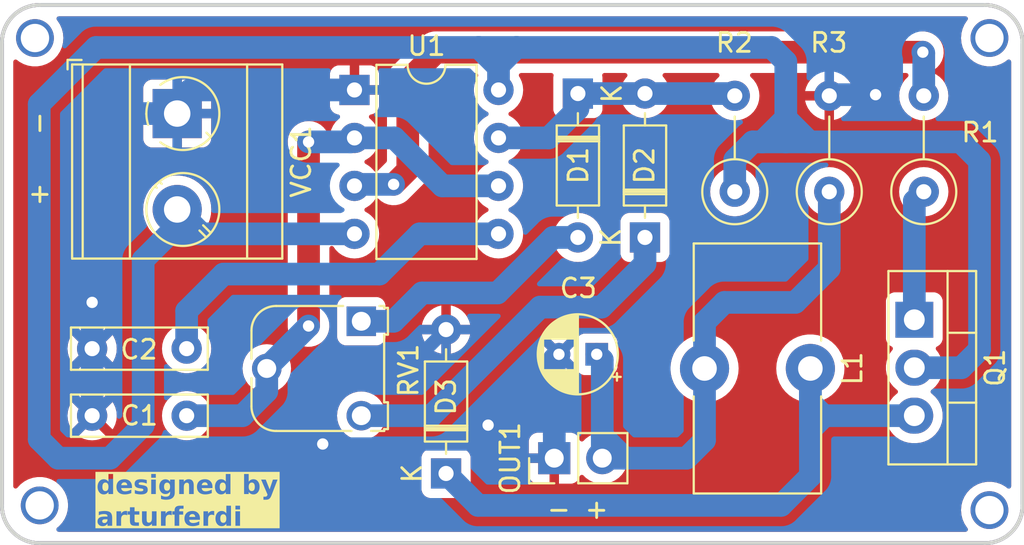
<source format=kicad_pcb>
(kicad_pcb (version 20240108) (generator "pcbnew") (generator_version "8.0")
  (layers (0 "F.Cu" signal) (31 "B.Cu" signal) (34 "B.Paste" user) (35 "F.Paste" user) (36 "B.SilkS" user "B.Silkscreen") (37 "F.SilkS" user "F.Silkscreen") (38 "B.Mask" user) (39 "F.Mask" user) (44 "Edge.Cuts" user))
  (net 0 "")
  (net 1 "Net-(U1-THR)")
  (net 2 "GND")
  (net 3 "Net-(U1-CV)")
  (net 4 "Net-(OUT1-Pin_2)")
  (net 5 "Net-(D1-K)")
  (net 6 "Net-(D1-A)")
  (net 7 "Net-(D2-A)")
  (net 8 "Net-(D3-K)")
  (net 9 "Net-(Q1-G)")
  (net 10 "VCC")
  (net 11 "OUT")
  (footprint "Resistor_THT:R_Axial_DIN0309_L9.0mm_D3.2mm_P5.08mm_Vertical" (layer "F.Cu") (at 170.025 88.89 90)
    (property "Reference" "R3" (at 7.89 -0.025 180) (layer "F.SilkS"))
    (property "Value" "2k2")
    (fp_line (start 1.72 0) (end 3.98 0) (stroke (width 0.12)) (layer "F.SilkS"))
    (fp_circle (center 0 0) (end 1.72 0) (stroke (width 0.12)) (fill none) (layer "F.SilkS"))
    (pad "1" thru_hole circle (at 0 0 90) (size 1.6 1.6) (drill 0.8) (layers "*.Cu" "*.Mask") (net 4 "Net-(OUT1-Pin_2)"))
    (pad "2" thru_hole oval (at 5.08 0 90) (size 1.6 1.6) (drill 0.8) (layers "*.Cu" "*.Mask") (net 2 "GND"))
  )
  (footprint "Inductor_THT:L_Toroid_Vertical_L13.0mm_W6.5mm_P5.60mm" (layer "F.Cu") (at 169.025 98.25 -90)
    (property "Reference" "L1" (at 0 -2.225 90) (layer "F.SilkS"))
    (property "Value" "L")
    (fp_line (start -6.62 6.17) (end -1.478 6.17) (stroke (width 0.12)) (layer "F.SilkS"))
    (fp_line (start 1.478 6.17) (end 6.62 6.17) (stroke (width 0.12)) (layer "F.SilkS"))
    (fp_line (start -6.62 -0.57) (end -6.62 6.17) (stroke (width 0.12)) (layer "F.SilkS"))
    (fp_line (start -6.62 -0.57) (end -1.478 -0.57) (stroke (width 0.12)) (layer "F.SilkS"))
    (fp_line (start 1.478 -0.57) (end 6.62 -0.57) (stroke (width 0.12)) (layer "F.SilkS"))
    (fp_line (start 6.62 -0.57) (end 6.62 6.17) (stroke (width 0.12)) (layer "F.SilkS"))
    (pad "1" thru_hole circle (at 0 0 270) (size 2.6 2.6) (drill 1.3) (layers "*.Cu" "*.Mask") (net 8 "Net-(D3-K)"))
    (pad "2" thru_hole circle (at 0 5.6 270) (size 2.6 2.6) (drill 1.3) (layers "*.Cu" "*.Mask") (net 4 "Net-(OUT1-Pin_2)"))
  )
  (footprint "Resistor_THT:R_Axial_DIN0309_L9.0mm_D3.2mm_P5.08mm_Vertical" (layer "F.Cu") (at 165.025 88.89 90)
    (property "Reference" "R2" (at 7.89 -0.025 180) (layer "F.SilkS"))
    (property "Value" "2k2")
    (fp_line (start 1.72 0) (end 3.98 0) (stroke (width 0.12)) (layer "F.SilkS"))
    (fp_circle (center 0 0) (end 1.72 0) (stroke (width 0.12)) (fill none) (layer "F.SilkS"))
    (pad "1" thru_hole circle (at 0 0 90) (size 1.6 1.6) (drill 0.8) (layers "*.Cu" "*.Mask") (net 10 "VCC"))
    (pad "2" thru_hole oval (at 5.08 0 90) (size 1.6 1.6) (drill 0.8) (layers "*.Cu" "*.Mask") (net 6 "Net-(D1-A)"))
  )
  (footprint "Package_TO_SOT_THT:TO-220-3_Vertical" (layer "F.Cu") (at 174.525 95.67 -90)
    (property "Reference" "Q1" (at 2.54 -4.27 90) (layer "F.SilkS"))
    (property "Value" "IRF3205")
    (fp_line (start -2.58 1.371) (end 7.66 1.371) (stroke (width 0.12)) (layer "F.SilkS"))
    (fp_line (start -2.58 -1.76) (end 7.66 -1.76) (stroke (width 0.12)) (layer "F.SilkS"))
    (fp_line (start -2.58 -3.27) (end -2.58 1.371) (stroke (width 0.12)) (layer "F.SilkS"))
    (fp_line (start -2.58 -3.27) (end 7.66 -3.27) (stroke (width 0.12)) (layer "F.SilkS"))
    (fp_line (start 0.69 -3.27) (end 0.69 -1.76) (stroke (width 0.12)) (layer "F.SilkS"))
    (fp_line (start 4.391 -3.27) (end 4.391 -1.76) (stroke (width 0.12)) (layer "F.SilkS"))
    (fp_line (start 7.66 -3.27) (end 7.66 1.371) (stroke (width 0.12)) (layer "F.SilkS"))
    (pad "1" thru_hole rect (at 0 0 270) (size 1.905 2) (drill 1.1) (layers "*.Cu" "*.Mask") (net 9 "Net-(Q1-G)"))
    (pad "2" thru_hole oval (at 2.54 0 270) (size 1.905 2) (drill 1.1) (layers "*.Cu" "*.Mask") (net 10 "VCC"))
    (pad "3" thru_hole oval (at 5.08 0 270) (size 1.905 2) (drill 1.1) (layers "*.Cu" "*.Mask") (net 8 "Net-(D3-K)"))
  )
  (footprint "Diode_THT:D_DO-35_SOD27_P7.62mm_Horizontal" (layer "F.Cu") (at 156.725 83.69 -90)
    (property "Reference" "D2" (at 3.81 -3.525 90) (layer "F.SilkS"))
    (property "Value" "1N4148")
    (fp_line (start 1.69 1.12) (end 5.93 1.12) (stroke (width 0.12)) (layer "F.SilkS"))
    (fp_line (start 5.93 1.12) (end 5.93 -1.12) (stroke (width 0.12)) (layer "F.SilkS"))
    (fp_line (start 1.04 0) (end 1.69 0) (stroke (width 0.12)) (layer "F.SilkS"))
    (fp_line (start 6.58 0) (end 5.93 0) (stroke (width 0.12)) (layer "F.SilkS"))
    (fp_line (start 1.69 -1.12) (end 1.69 1.12) (stroke (width 0.12)) (layer "F.SilkS"))
    (fp_line (start 2.29 -1.12) (end 2.29 1.12) (stroke (width 0.12)) (layer "F.SilkS"))
    (fp_line (start 2.41 -1.12) (end 2.41 1.12) (stroke (width 0.12)) (layer "F.SilkS"))
    (fp_line (start 2.53 -1.12) (end 2.53 1.12) (stroke (width 0.12)) (layer "F.SilkS"))
    (fp_line (start 5.93 -1.12) (end 1.69 -1.12) (stroke (width 0.12)) (layer "F.SilkS"))
    (fp_text user "K" (at 0 -1.8 90) (layer "F.SilkS"))
    (pad "1" thru_hole rect (at 0 0 270) (size 1.6 1.6) (drill 0.8) (layers "*.Cu" "*.Mask") (net 6 "Net-(D1-A)"))
    (pad "2" thru_hole oval (at 7.62 0 270) (size 1.6 1.6) (drill 0.8) (layers "*.Cu" "*.Mask") (net 7 "Net-(D2-A)"))
  )
  (footprint "TerminalBlock_MetzConnect:TerminalBlock_MetzConnect_Type073_RT02602HBLU_1x02_P5.08mm_Horizontal" (layer "F.Cu") (at 135.525 84.75 -90)
    (property "Reference" "VCC1" (at 2.54 -6.56 90) (layer "F.SilkS"))
    (property "Value" "Screw_Terminal_01x02")
    (fp_line (start -2.84 5.8) (end -2.34 5.8) (stroke (width 0.12)) (layer "F.SilkS"))
    (fp_line (start -2.6 5.56) (end 7.68 5.56) (stroke (width 0.12)) (layer "F.SilkS"))
    (fp_line (start -2.84 5.06) (end -2.84 5.8) (stroke (width 0.12)) (layer "F.SilkS"))
    (fp_line (start -2.6 5) (end 7.68 5) (stroke (width 0.12)) (layer "F.SilkS"))
    (fp_line (start -2.6 2.5) (end 7.68 2.5) (stroke (width 0.12)) (layer "F.SilkS"))
    (fp_line (start 3.933 1.083) (end 3.852 1.164) (stroke (width 0.12)) (layer "F.SilkS"))
    (fp_line (start 3.724 0.821) (end 3.617 0.928) (stroke (width 0.12)) (layer "F.SilkS"))
    (fp_line (start 6.544 -1.529) (end 6.194 -1.179) (stroke (width 0.12)) (layer "F.SilkS"))
    (fp_line (start 1.229 -1.764) (end 1.013 -1.549) (stroke (width 0.12)) (layer "F.SilkS"))
    (fp_line (start 6.309 -1.764) (end 5.918 -1.374) (stroke (width 0.12)) (layer "F.SilkS"))
    (fp_line (start -2.6 -3.7) (end 7.68 -3.7) (stroke (width 0.12)) (layer "F.SilkS"))
    (fp_line (start -2.6 -5.56) (end -2.6 5.56) (stroke (width 0.12)) (layer "F.SilkS"))
    (fp_line (start -2.6 -5.56) (end 7.68 -5.56) (stroke (width 0.12)) (layer "F.SilkS"))
    (fp_line (start 7.68 -5.56) (end 7.68 5.56) (stroke (width 0.12)) (layer "F.SilkS"))
    (fp_arc (start 0.033269 1.630336) (mid -0.285785 1.609354) (end -0.597 1.536) (stroke (width 0.12)) (layer "F.SilkS"))
    (fp_arc (start 5.08 1.63) (mid 5.08 -2.23) (end 5.08 1.63) (stroke (width 0.12)) (layer "F.SilkS"))
    (fp_arc (start 0.596403 1.535539) (mid 0.301919 1.606238) (end 0 1.63) (stroke (width 0.12)) (layer "F.SilkS"))
    (fp_arc (start -1.521645 0.888175) (mid -1.930586 -0.300524) (end -1.521 -1.489) (stroke (width 0.12)) (layer "F.SilkS"))
    (fp_arc (start 1.521645 -1.488175) (mid 1.930586 -0.299476) (end 1.521 0.889) (stroke (width 0.12)) (layer "F.SilkS"))
    (fp_arc (start -1.500317 -1.514609) (mid -0.000252 -2.230344) (end 1.5 -1.515) (stroke (width 0.12)) (layer "F.SilkS"))
    (pad "1" thru_hole rect (at 0 0 270) (size 2.6 2.6) (drill 1.4) (layers "*.Cu" "*.Mask") (net 2 "GND"))
    (pad "2" thru_hole circle (at 5.08 0 270) (size 2.6 2.6) (drill 1.4) (layers "*.Cu" "*.Mask") (net 10 "VCC"))
  )
  (footprint "Capacitor_THT:C_Rect_L7.0mm_W2.0mm_P5.00mm" (layer "F.Cu") (at 136.025 100.75 180)
    (property "Reference" "C1" (at 2.5 0 0) (layer "F.SilkS"))
    (property "Value" "1n")
    (fp_line (start 6.12 -1.12) (end 6.12 1.12) (stroke (width 0.12)) (layer "F.SilkS"))
    (fp_line (start -1.12 1.12) (end 6.12 1.12) (stroke (width 0.12)) (layer "F.SilkS"))
    (fp_line (start -1.12 -1.12) (end 6.12 -1.12) (stroke (width 0.12)) (layer "F.SilkS"))
    (fp_line (start -1.12 -1.12) (end -1.12 1.12) (stroke (width 0.12)) (layer "F.SilkS"))
    (pad "1" thru_hole circle (at 0 0 180) (size 1.6 1.6) (drill 0.8) (layers "*.Cu" "*.Mask") (net 1 "Net-(U1-THR)"))
    (pad "2" thru_hole circle (at 5 0 180) (size 1.6 1.6) (drill 0.8) (layers "*.Cu" "*.Mask") (net 2 "GND"))
  )
  (footprint "Capacitor_THT:C_Rect_L7.0mm_W2.0mm_P5.00mm" (layer "F.Cu") (at 136.025 97.2 180)
    (property "Reference" "C2" (at 2.525 -0.05 0) (layer "F.SilkS"))
    (property "Value" "10n")
    (fp_line (start 6.12 -1.12) (end 6.12 1.12) (stroke (width 0.12)) (layer "F.SilkS"))
    (fp_line (start -1.12 1.12) (end 6.12 1.12) (stroke (width 0.12)) (layer "F.SilkS"))
    (fp_line (start -1.12 -1.12) (end 6.12 -1.12) (stroke (width 0.12)) (layer "F.SilkS"))
    (fp_line (start -1.12 -1.12) (end -1.12 1.12) (stroke (width 0.12)) (layer "F.SilkS"))
    (pad "1" thru_hole circle (at 0 0 180) (size 1.6 1.6) (drill 0.8) (layers "*.Cu" "*.Mask") (net 3 "Net-(U1-CV)"))
    (pad "2" thru_hole circle (at 5 0 180) (size 1.6 1.6) (drill 0.8) (layers "*.Cu" "*.Mask") (net 2 "GND"))
  )
  (footprint "Resistor_THT:R_Axial_DIN0309_L9.0mm_D3.2mm_P5.08mm_Vertical" (layer "F.Cu") (at 175.025 88.89 90)
    (property "Reference" "R1" (at 3.14 2.975 180) (layer "F.SilkS"))
    (property "Value" "10k")
    (fp_line (start 1.72 0) (end 3.98 0) (stroke (width 0.12)) (layer "F.SilkS"))
    (fp_circle (center 0 0) (end 1.72 0) (stroke (width 0.12)) (fill none) (layer "F.SilkS"))
    (pad "1" thru_hole circle (at 0 0 90) (size 1.6 1.6) (drill 0.8) (layers "*.Cu" "*.Mask") (net 9 "Net-(Q1-G)"))
    (pad "2" thru_hole oval (at 5.08 0 90) (size 1.6 1.6) (drill 0.8) (layers "*.Cu" "*.Mask") (net 11 "OUT"))
  )
  (footprint "Package_DIP:DIP-8_W7.62mm" (layer "F.Cu") (at 144.905 83.5)
    (property "Reference" "U1" (at 3.81 -2.33 0) (layer "F.SilkS"))
    (property "Value" "NE555P")
    (fp_line (start 1.16 -1.33) (end 1.16 8.95) (stroke (width 0.12)) (layer "F.SilkS"))
    (fp_line (start 1.16 8.95) (end 6.46 8.95) (stroke (width 0.12)) (layer "F.SilkS"))
    (fp_line (start 2.81 -1.33) (end 1.16 -1.33) (stroke (width 0.12)) (layer "F.SilkS"))
    (fp_line (start 6.46 -1.33) (end 4.81 -1.33) (stroke (width 0.12)) (layer "F.SilkS"))
    (fp_line (start 6.46 8.95) (end 6.46 -1.33) (stroke (width 0.12)) (layer "F.SilkS"))
    (fp_arc (start 4.81 -1.33) (mid 3.81 -0.33) (end 2.81 -1.33) (stroke (width 0.12)) (layer "F.SilkS"))
    (pad "1" thru_hole rect (at 0 0) (size 1.6 1.6) (drill 0.8) (layers "*.Cu" "*.Mask") (net 2 "GND"))
    (pad "2" thru_hole oval (at 0 2.54) (size 1.6 1.6) (drill 0.8) (layers "*.Cu" "*.Mask") (net 1 "Net-(U1-THR)"))
    (pad "3" thru_hole oval (at 0 5.08) (size 1.6 1.6) (drill 0.8) (layers "*.Cu" "*.Mask") (net 11 "OUT"))
    (pad "4" thru_hole oval (at 0 7.62) (size 1.6 1.6) (drill 0.8) (layers "*.Cu" "*.Mask") (net 10 "VCC"))
    (pad "5" thru_hole oval (at 7.62 7.62) (size 1.6 1.6) (drill 0.8) (layers "*.Cu" "*.Mask") (net 3 "Net-(U1-CV)"))
    (pad "6" thru_hole oval (at 7.62 5.08) (size 1.6 1.6) (drill 0.8) (layers "*.Cu" "*.Mask") (net 1 "Net-(U1-THR)"))
    (pad "7" thru_hole oval (at 7.62 2.54) (size 1.6 1.6) (drill 0.8) (layers "*.Cu" "*.Mask") (net 6 "Net-(D1-A)"))
    (pad "8" thru_hole oval (at 7.62 0) (size 1.6 1.6) (drill 0.8) (layers "*.Cu" "*.Mask") (net 10 "VCC"))
  )
  (footprint "Connector_PinHeader_2.54mm:PinHeader_1x02_P2.54mm_Vertical" (layer "F.Cu") (at 155.475 103 90)
    (property "Reference" "OUT1" (at 0 -2.33 90) (layer "F.SilkS"))
    (property "Value" "Conn_01x02_Pin")
    (fp_line (start -1.33 -1.33) (end 0 -1.33) (stroke (width 0.12)) (layer "F.SilkS"))
    (fp_line (start -1.33 0) (end -1.33 -1.33) (stroke (width 0.12)) (layer "F.SilkS"))
    (fp_line (start 1.33 1.27) (end 1.33 3.87) (stroke (width 0.12)) (layer "F.SilkS"))
    (fp_line (start -1.33 1.27) (end 1.33 1.27) (stroke (width 0.12)) (layer "F.SilkS"))
    (fp_line (start -1.33 1.27) (end -1.33 3.87) (stroke (width 0.12)) (layer "F.SilkS"))
    (fp_line (start -1.33 3.87) (end 1.33 3.87) (stroke (width 0.12)) (layer "F.SilkS"))
    (pad "1" thru_hole rect (at 0 0 90) (size 1.7 1.7) (drill 1) (layers "*.Cu" "*.Mask") (net 2 "GND"))
    (pad "2" thru_hole oval (at 0 2.54 90) (size 1.7 1.7) (drill 1) (layers "*.Cu" "*.Mask") (net 4 "Net-(OUT1-Pin_2)"))
  )
  (footprint "Diode_THT:D_DO-35_SOD27_P7.62mm_Horizontal" (layer "F.Cu") (at 149.75 103.81 90)
    (property "Reference" "D3" (at 4.06 0 90) (layer "F.SilkS"))
    (property "Value" "1N4148")
    (fp_line (start 5.93 -1.12) (end 1.69 -1.12) (stroke (width 0.12)) (layer "F.SilkS"))
    (fp_line (start 2.53 -1.12) (end 2.53 1.12) (stroke (width 0.12)) (layer "F.SilkS"))
    (fp_line (start 2.41 -1.12) (end 2.41 1.12) (stroke (width 0.12)) (layer "F.SilkS"))
    (fp_line (start 2.29 -1.12) (end 2.29 1.12) (stroke (width 0.12)) (layer "F.SilkS"))
    (fp_line (start 1.69 -1.12) (end 1.69 1.12) (stroke (width 0.12)) (layer "F.SilkS"))
    (fp_line (start 6.58 0) (end 5.93 0) (stroke (width 0.12)) (layer "F.SilkS"))
    (fp_line (start 1.04 0) (end 1.69 0) (stroke (width 0.12)) (layer "F.SilkS"))
    (fp_line (start 5.93 1.12) (end 5.93 -1.12) (stroke (width 0.12)) (layer "F.SilkS"))
    (fp_line (start 1.69 1.12) (end 5.93 1.12) (stroke (width 0.12)) (layer "F.SilkS"))
    (fp_text user "K" (at 0 -1.8 90) (layer "F.SilkS"))
    (pad "1" thru_hole rect (at 0 0 90) (size 1.6 1.6) (drill 0.8) (layers "*.Cu" "*.Mask") (net 8 "Net-(D3-K)"))
    (pad "2" thru_hole oval (at 7.62 0 90) (size 1.6 1.6) (drill 0.8) (layers "*.Cu" "*.Mask") (net 2 "GND"))
  )
  (footprint "Potentiometer_THT:Potentiometer_Runtron_RM-065_Vertical" (layer "F.Cu") (at 145.265 95.75 -90)
    (property "Reference" "RV1" (at 2.6 -2.5 90) (layer "F.SilkS"))
    (property "Value" "20k")
    (fp_line (start 1.99 5.81) (end 0.5 5.81) (stroke (width 0.12)) (layer "F.SilkS"))
    (fp_line (start 4.5 5.81) (end 3.01 5.81) (stroke (width 0.12)) (layer "F.SilkS"))
    (fp_line (start -0.81 4.5) (end -0.81 0.96) (stroke (width 0.12)) (layer "F.SilkS"))
    (fp_line (start 5.81 0.52) (end 5.81 4.5) (stroke (width 0.12)) (layer "F.SilkS"))
    (fp_line (start -0.81 -1.21) (end -0.81 -0.96) (stroke (width 0.12)) (layer "F.SilkS"))
    (fp_line (start -0.71 -1.21) (end -0.81 -1.21) (stroke (width 0.12)) (layer "F.SilkS"))
    (fp_line (start 0.71 -1.21) (end 4.29 -1.21) (stroke (width 0.12)) (layer "F.SilkS"))
    (fp_line (start 0.71 -1.21) (end 0.71 -1.41) (stroke (width 0.12)) (layer "F.SilkS"))
    (fp_line (start 4.29 -1.21) (end 4.29 -1.41) (stroke (width 0.12)) (layer "F.SilkS"))
    (fp_line (start 5.71 -1.21) (end 5.81 -1.21) (stroke (width 0.12)) (layer "F.SilkS"))
    (fp_line (start 5.81 -1.21) (end 5.81 -0.52) (stroke (width 0.12)) (layer "F.SilkS"))
    (fp_line (start -0.71 -1.41) (end -0.71 -1.21) (stroke (width 0.12)) (layer "F.SilkS"))
    (fp_line (start -0.71 -1.41) (end 0.71 -1.41) (stroke (width 0.12)) (layer "F.SilkS"))
    (fp_line (start 4.29 -1.41) (end 5.71 -1.41) (stroke (width 0.12)) (layer "F.SilkS"))
    (fp_line (start 5.71 -1.41) (end 5.71 -1.21) (stroke (width 0.12)) (layer "F.SilkS"))
    (fp_arc (start 0.5 5.81) (mid -0.42631 5.42631) (end -0.81 4.5) (stroke (width 0.12)) (layer "F.SilkS"))
    (fp_arc (start 5.81 4.5) (mid 5.42631 5.42631) (end 4.5 5.81) (stroke (width 0.12)) (layer "F.SilkS"))
    (pad "1" thru_hole rect (at 0 0 270) (size 1.56 1.56) (drill 1) (layers "*.Cu" "*.Mask") (net 7 "Net-(D2-A)"))
    (pad "2" thru_hole circle (at 2.5 5 270) (size 1.56 1.56) (drill 1) (layers "*.Cu" "*.Mask") (net 1 "Net-(U1-THR)"))
    (pad "3" thru_hole circle (at 5 0 270) (size 1.56 1.56) (drill 1) (layers "*.Cu" "*.Mask") (net 5 "Net-(D1-K)"))
  )
  (footprint "Capacitor_THT:CP_Radial_D4.0mm_P2.00mm" (layer "F.Cu") (at 157.7226 97.5 180)
    (property "Reference" "C3" (at 0.9726 3.5 0) (layer "F.SilkS"))
    (property "Value" "100u")
    (fp_line (start 3.081 -0.37) (end 3.081 0.37) (stroke (width 0.12)) (layer "F.SilkS"))
    (fp_line (start 3.041 -0.537) (end 3.041 0.537) (stroke (width 0.12)) (layer "F.SilkS"))
    (fp_line (start 3.001 -0.664) (end 3.001 0.664) (stroke (width 0.12)) (layer "F.SilkS"))
    (fp_line (start 2.961 -0.768) (end 2.961 0.768) (stroke (width 0.12)) (layer "F.SilkS"))
    (fp_line (start 2.921 -0.859) (end 2.921 0.859) (stroke (width 0.12)) (layer "F.SilkS"))
    (fp_line (start 2.881 -0.94) (end 2.881 0.94) (stroke (width 0.12)) (layer "F.SilkS"))
    (fp_line (start 2.841 -1.013) (end 2.841 1.013) (stroke (width 0.12)) (layer "F.SilkS"))
    (fp_line (start 2.801 0.84) (end 2.801 1.08) (stroke (width 0.12)) (layer "F.SilkS"))
    (fp_line (start 2.801 -1.08) (end 2.801 -0.84) (stroke (width 0.12)) (layer "F.SilkS"))
    (fp_line (start 2.761 0.84) (end 2.761 1.142) (stroke (width 0.12)) (layer "F.SilkS"))
    (fp_line (start 2.761 -1.142) (end 2.761 -0.84) (stroke (width 0.12)) (layer "F.SilkS"))
    (fp_line (start 2.721 0.84) (end 2.721 1.2) (stroke (width 0.12)) (layer "F.SilkS"))
    (fp_line (start 2.721 -1.2) (end 2.721 -0.84) (stroke (width 0.12)) (layer "F.SilkS"))
    (fp_line (start 2.681 0.84) (end 2.681 1.254) (stroke (width 0.12)) (layer "F.SilkS"))
    (fp_line (start 2.681 -1.254) (end 2.681 -0.84) (stroke (width 0.12)) (layer "F.SilkS"))
    (fp_line (start 2.641 0.84) (end 2.641 1.304) (stroke (width 0.12)) (layer "F.SilkS"))
    (fp_line (start 2.641 -1.304) (end 2.641 -0.84) (stroke (width 0.12)) (layer "F.SilkS"))
    (fp_line (start 2.601 0.84) (end 2.601 1.351) (stroke (width 0.12)) (layer "F.SilkS"))
    (fp_line (start 2.601 -1.351) (end 2.601 -0.84) (stroke (width 0.12)) (layer "F.SilkS"))
    (fp_line (start 2.561 0.84) (end 2.561 1.396) (stroke (width 0.12)) (layer "F.SilkS"))
    (fp_line (start 2.561 -1.396) (end 2.561 -0.84) (stroke (width 0.12)) (layer "F.SilkS"))
    (fp_line (start 2.521 0.84) (end 2.521 1.438) (stroke (width 0.12)) (layer "F.SilkS"))
    (fp_line (start 2.521 -1.438) (end 2.521 -0.84) (stroke (width 0.12)) (layer "F.SilkS"))
    (fp_line (start 2.481 0.84) (end 2.481 1.478) (stroke (width 0.12)) (layer "F.SilkS"))
    (fp_line (start 2.481 -1.478) (end 2.481 -0.84) (stroke (width 0.12)) (layer "F.SilkS"))
    (fp_line (start 2.441 0.84) (end 2.441 1.516) (stroke (width 0.12)) (layer "F.SilkS"))
    (fp_line (start 2.441 -1.516) (end 2.441 -0.84) (stroke (width 0.12)) (layer "F.SilkS"))
    (fp_line (start 2.401 0.84) (end 2.401 1.552) (stroke (width 0.12)) (layer "F.SilkS"))
    (fp_line (start 2.401 -1.552) (end 2.401 -0.84) (stroke (width 0.12)) (layer "F.SilkS"))
    (fp_line (start 2.361 0.84) (end 2.361 1.587) (stroke (width 0.12)) (layer "F.SilkS"))
    (fp_line (start 2.361 -1.587) (end 2.361 -0.84) (stroke (width 0.12)) (layer "F.SilkS"))
    (fp_line (start 2.321 0.84) (end 2.321 1.619) (stroke (width 0.12)) (layer "F.SilkS"))
    (fp_line (start 2.321 -1.619) (end 2.321 -0.84) (stroke (width 0.12)) (layer "F.SilkS"))
    (fp_line (start 2.281 0.84) (end 2.281 1.65) (stroke (width 0.12)) (layer "F.SilkS"))
    (fp_line (start 2.281 -1.65) (end 2.281 -0.84) (stroke (width 0.12)) (layer "F.SilkS"))
    (fp_line (start 2.241 0.84) (end 2.241 1.68) (stroke (width 0.12)) (layer "F.SilkS"))
    (fp_line (start 2.241 -1.68) (end 2.241 -0.84) (stroke (width 0.12)) (layer "F.SilkS"))
    (fp_line (start 2.201 0.84) (end 2.201 1.708) (stroke (width 0.12)) (layer "F.SilkS"))
    (fp_line (start 2.201 -1.708) (end 2.201 -0.84) (stroke (width 0.12)) (layer "F.SilkS"))
    (fp_line (start 2.161 0.84) (end 2.161 1.735) (stroke (width 0.12)) (layer "F.SilkS"))
    (fp_line (start 2.161 -1.735) (end 2.161 -0.84) (stroke (width 0.12)) (layer "F.SilkS"))
    (fp_line (start 2.121 0.84) (end 2.121 1.76) (stroke (width 0.12)) (layer "F.SilkS"))
    (fp_line (start 2.121 -1.76) (end 2.121 -0.84) (stroke (width 0.12)) (layer "F.SilkS"))
    (fp_line (start 2.081 0.84) (end 2.081 1.785) (stroke (width 0.12)) (layer "F.SilkS"))
    (fp_line (start 2.081 -1.785) (end 2.081 -0.84) (stroke (width 0.12)) (layer "F.SilkS"))
    (fp_line (start 2.041 0.84) (end 2.041 1.808) (stroke (width 0.12)) (layer "F.SilkS"))
    (fp_line (start 2.041 -1.808) (end 2.041 -0.84) (stroke (width 0.12)) (layer "F.SilkS"))
    (fp_line (start 2.001 0.84) (end 2.001 1.83) (stroke (width 0.12)) (layer "F.SilkS"))
    (fp_line (start 2.001 -1.83) (end 2.001 -0.84) (stroke (width 0.12)) (layer "F.SilkS"))
    (fp_line (start 1.961 0.84) (end 1.961 1.851) (stroke (width 0.12)) (layer "F.SilkS"))
    (fp_line (start 1.961 -1.851) (end 1.961 -0.84) (stroke (width 0.12)) (layer "F.SilkS"))
    (fp_line (start 1.921 0.84) (end 1.921 1.87) (stroke (width 0.12)) (layer "F.SilkS"))
    (fp_line (start 1.921 -1.87) (end 1.921 -0.84) (stroke (width 0.12)) (layer "F.SilkS"))
    (fp_line (start 1.881 0.84) (end 1.881 1.889) (stroke (width 0.12)) (layer "F.SilkS"))
    (fp_line (start 1.881 -1.889) (end 1.881 -0.84) (stroke (width 0.12)) (layer "F.SilkS"))
    (fp_line (start 1.841 0.84) (end 1.841 1.907) (stroke (width 0.12)) (layer "F.SilkS"))
    (fp_line (start 1.841 -1.907) (end 1.841 -0.84) (stroke (width 0.12)) (layer "F.SilkS"))
    (fp_line (start 1.801 0.84) (end 1.801 1.924) (stroke (width 0.12)) (layer "F.SilkS"))
    (fp_line (start 1.801 -1.924) (end 1.801 -0.84) (stroke (width 0.12)) (layer "F.SilkS"))
    (fp_line (start 1.761 0.84) (end 1.761 1.94) (stroke (width 0.12)) (layer "F.SilkS"))
    (fp_line (start 1.761 -1.94) (end 1.761 -0.84) (stroke (width 0.12)) (layer "F.SilkS"))
    (fp_line (start 1.721 0.84) (end 1.721 1.954) (stroke (width 0.12)) (layer "F.SilkS"))
    (fp_line (start 1.721 -1.954) (end 1.721 -0.84) (stroke (width 0.12)) (layer "F.SilkS"))
    (fp_line (start 1.68 0.84) (end 1.68 1.968) (stroke (width 0.12)) (layer "F.SilkS"))
    (fp_line (start 1.68 -1.968) (end 1.68 -0.84) (stroke (width 0.12)) (layer "F.SilkS"))
    (fp_line (start 1.64 0.84) (end 1.64 1.982) (stroke (width 0.12)) (layer "F.SilkS"))
    (fp_line (start 1.64 -1.982) (end 1.64 -0.84) (stroke (width 0.12)) (layer "F.SilkS"))
    (fp_line (start 1.6 0.84) (end 1.6 1.994) (stroke (width 0.12)) (layer "F.SilkS"))
    (fp_line (start 1.6 -1.994) (end 1.6 -0.84) (stroke (width 0.12)) (layer "F.SilkS"))
    (fp_line (start 1.56 0.84) (end 1.56 2.005) (stroke (width 0.12)) (layer "F.SilkS"))
    (fp_line (start 1.56 -2.005) (end 1.56 -0.84) (stroke (width 0.12)) (layer "F.SilkS"))
    (fp_line (start 1.52 0.84) (end 1.52 2.016) (stroke (width 0.12)) (layer "F.SilkS"))
    (fp_line (start 1.52 -2.016) (end 1.52 -0.84) (stroke (width 0.12)) (layer "F.SilkS"))
    (fp_line (start 1.48 0.84) (end 1.48 2.025) (stroke (width 0.12)) (layer "F.SilkS"))
    (fp_line (start 1.48 -2.025) (end 1.48 -0.84) (stroke (width 0.12)) (layer "F.SilkS"))
    (fp_line (start 1.44 0.84) (end 1.44 2.034) (stroke (width 0.12)) (layer "F.SilkS"))
    (fp_line (start 1.44 -2.034) (end 1.44 -0.84) (stroke (width 0.12)) (layer "F.SilkS"))
    (fp_line (start 1.4 0.84) (end 1.4 2.042) (stroke (width 0.12)) (layer "F.SilkS"))
    (fp_line (start 1.4 -2.042) (end 1.4 -0.84) (stroke (width 0.12)) (layer "F.SilkS"))
    (fp_line (start 1.36 0.84) (end 1.36 2.05) (stroke (width 0.12)) (layer "F.SilkS"))
    (fp_line (start 1.36 -2.05) (end 1.36 -0.84) (stroke (width 0.12)) (layer "F.SilkS"))
    (fp_line (start 1.32 0.84) (end 1.32 2.056) (stroke (width 0.12)) (layer "F.SilkS"))
    (fp_line (start 1.32 -2.056) (end 1.32 -0.84) (stroke (width 0.12)) (layer "F.SilkS"))
    (fp_line (start 1.28 0.84) (end 1.28 2.062) (stroke (width 0.12)) (layer "F.SilkS"))
    (fp_line (start 1.28 -2.062) (end 1.28 -0.84) (stroke (width 0.12)) (layer "F.SilkS"))
    (fp_line (start 1.24 0.84) (end 1.24 2.067) (stroke (width 0.12)) (layer "F.SilkS"))
    (fp_line (start 1.24 -2.067) (end 1.24 -0.84) (stroke (width 0.12)) (layer "F.SilkS"))
    (fp_line (start 1.2 0.84) (end 1.2 2.071) (stroke (width 0.12)) (layer "F.SilkS"))
    (fp_line (start 1.2 -2.071) (end 1.2 -0.84) (stroke (width 0.12)) (layer "F.SilkS"))
    (fp_line (start 1.16 -2.074) (end 1.16 2.074) (stroke (width 0.12)) (layer "F.SilkS"))
    (fp_line (start 1.12 -2.077) (end 1.12 2.077) (stroke (width 0.12)) (layer "F.SilkS"))
    (fp_line (start 1.08 -2.079) (end 1.08 2.079) (stroke (width 0.12)) (layer "F.SilkS"))
    (fp_line (start 1.04 -2.08) (end 1.04 2.08) (stroke (width 0.12)) (layer "F.SilkS"))
    (fp_line (start 1 -2.08) (end 1 2.08) (stroke (width 0.12)) (layer "F.SilkS"))
    (fp_line (start -1.069801 -1.395) (end -1.069801 -0.995) (stroke (width 0.12)) (layer "F.SilkS"))
    (fp_line (start -1.269801 -1.195) (end -0.869801 -1.195) (stroke (width 0.12)) (layer "F.SilkS"))
    (fp_circle (center 1 0) (end 3.12 0) (stroke (width 0.12)) (fill none) (layer "F.SilkS"))
    (pad "1" thru_hole rect (at 0 0 180) (size 1.2 1.2) (drill 0.6) (layers "*.Cu" "*.Mask") (net 4 "Net-(OUT1-Pin_2)"))
    (pad "2" thru_hole circle (at 2 0 180) (size 1.2 1.2) (drill 0.6) (layers "*.Cu" "*.Mask") (net 2 "GND"))
  )
  (footprint "Diode_THT:D_DO-35_SOD27_P7.62mm_Horizontal" (layer "F.Cu") (at 160.275 91.31 90)
    (property "Reference" "D1" (at 3.81 -3.525 90) (layer "F.SilkS"))
    (property "Value" "1N4148")
    (fp_line (start 5.93 -1.12) (end 1.69 -1.12) (stroke (width 0.12)) (layer "F.SilkS"))
    (fp_line (start 2.53 -1.12) (end 2.53 1.12) (stroke (width 0.12)) (layer "F.SilkS"))
    (fp_line (start 2.41 -1.12) (end 2.41 1.12) (stroke (width 0.12)) (layer "F.SilkS"))
    (fp_line (start 2.29 -1.12) (end 2.29 1.12) (stroke (width 0.12)) (layer "F.SilkS"))
    (fp_line (start 1.69 -1.12) (end 1.69 1.12) (stroke (width 0.12)) (layer "F.SilkS"))
    (fp_line (start 6.58 0) (end 5.93 0) (stroke (width 0.12)) (layer "F.SilkS"))
    (fp_line (start 1.04 0) (end 1.69 0) (stroke (width 0.12)) (layer "F.SilkS"))
    (fp_line (start 5.93 1.12) (end 5.93 -1.12) (stroke (width 0.12)) (layer "F.SilkS"))
    (fp_line (start 1.69 1.12) (end 5.93 1.12) (stroke (width 0.12)) (layer "F.SilkS"))
    (fp_text user "K" (at 0 -1.8 90) (layer "F.SilkS"))
    (pad "1" thru_hole rect (at 0 0 90) (size 1.6 1.6) (drill 0.8) (layers "*.Cu" "*.Mask") (net 5 "Net-(D1-K)"))
    (pad "2" thru_hole oval (at 7.62 0 90) (size 1.6 1.6) (drill 0.8) (layers "*.Cu" "*.Mask") (net 6 "Net-(D1-A)"))
  )
  (gr_line (start 128.25 79) (end 178.25 79) (stroke (width 0.2)) (layer "F.Cu"))
  (gr_line (start 180.25 81) (end 180.25 105.5) (stroke (width 0.2)) (layer "F.Cu"))
  (gr_line (start 178.25 107.5) (end 128.25 107.5) (stroke (width 0.2)) (layer "F.Cu"))
  (gr_arc (start 126.25 81) (mid 126.835786 79.585786) (end 128.25 79) (stroke (width 0.2)) (layer "F.Cu"))
  (gr_line (start 126.25 81) (end 126.25 105.5) (stroke (width 0.2)) (layer "F.Cu"))
  (gr_arc (start 180.25 105.5) (mid 179.664214 106.914214) (end 178.25 107.5) (stroke (width 0.2)) (layer "F.Cu"))
  (gr_arc (start 128.25 107.5) (mid 126.835786 106.914214) (end 126.25 105.5) (stroke (width 0.2)) (layer "F.Cu"))
  (gr_arc (start 178.25 79) (mid 179.664214 79.585786) (end 180.25 81) (stroke (width 0.2)) (layer "F.Cu"))
  (gr_arc (start 178.25 79) (mid 179.664214 79.585786) (end 180.25 81) (stroke (width 0.2)) (layer "B.Cu"))
  (gr_arc (start 126.25 81) (mid 126.835786 79.585786) (end 128.25 79) (stroke (width 0.2)) (layer "B.Cu"))
  (gr_line (start 126.25 81) (end 126.25 105.5) (stroke (width 0.2)) (layer "B.Cu"))
  (gr_line (start 128.25 79) (end 178.25 79) (stroke (width 0.2)) (layer "B.Cu"))
  (gr_arc (start 128.25 107.5) (mid 126.835786 106.914214) (end 126.25 105.5) (stroke (width 0.2)) (layer "B.Cu"))
  (gr_line (start 180.25 81) (end 180.25 105.5) (stroke (width 0.2)) (layer "B.Cu"))
  (gr_arc (start 180.25 105.5) (mid 179.664214 106.914214) (end 178.25 107.5) (stroke (width 0.2)) (layer "B.Cu"))
  (gr_line (start 178.25 107.5) (end 128.25 107.5) (stroke (width 0.2)) (layer "B.Cu"))
  (gr_line (start 180.25 81) (end 180.25 105.5) (stroke (width 0.2)) (layer "Edge.Cuts"))
  (gr_arc (start 126.25 81) (mid 126.835786 79.585786) (end 128.25 79) (stroke (width 0.2)) (layer "Edge.Cuts"))
  (gr_line (start 126.25 81) (end 126.25 105.5) (stroke (width 0.2)) (layer "Edge.Cuts"))
  (gr_arc (start 128.25 107.5) (mid 126.835786 106.914214) (end 126.25 105.5) (stroke (width 0.2)) (layer "Edge.Cuts"))
  (gr_arc (start 178.25 79) (mid 179.664214 79.585786) (end 180.25 81) (stroke (width 0.2)) (layer "Edge.Cuts"))
  (gr_arc (start 180.25 105.5) (mid 179.664214 106.914214) (end 178.25 107.5) (stroke (width 0.2)) (layer "Edge.Cuts"))
  (gr_line (start 178.25 107.5) (end 128.25 107.5) (stroke (width 0.2)) (layer "Edge.Cuts"))
  (gr_line (start 128.25 79) (end 178.25 79) (stroke (width 0.2)) (layer "Edge.Cuts"))
  (gr_text "designed by \narturferdi" (at 131.25 106.75 0) (layer "F.SilkS" knockout) (effects (font (size 1 1) (thickness 0.2) (bold yes)) (justify left bottom)))
  (gr_text "- +" (at 155 105.25 180) (layer "F.SilkS") (effects (font (size 1 1)) (justify left bottom mirror)))
  (gr_text "+	-" (at 127.75 89.75 -90) (layer "F.SilkS") (effects (font (size 1 1)) (justify left bottom mirror)))
  (via (at 128.25 105.5) (size 2) (drill 1.5) (layers "F.Cu" "B.Cu") (net 0))
  (via (at 178.5 80.75) (size 2) (drill 1.5) (layers "F.Cu" "B.Cu") (net 0))
  (via (at 178.5 105.75) (size 2) (drill 1.5) (layers "F.Cu" "B.Cu") (net 0))
  (via (at 128 80.75) (size 2) (drill 1.5) (layers "F.Cu" "B.Cu") (net 0))
  (segment (start 142.475 96) (end 142.475 86.25) (width 1.2) (layer "F.Cu") (net 1))
  (via (at 142.475 96) (size 1) (drill 0.6) (layers "F.Cu" "B.Cu") (net 1))
  (via (at 142.475 86.25) (size 1) (drill 0.6) (layers "F.Cu" "B.Cu") (net 1))
  (segment (start 140.265 98.25) (end 140.265 98.21) (width 1.2) (layer "B.Cu") (net 1))
  (segment (start 140.265 98.21) (end 142.475 96) (width 1.2) (layer "B.Cu") (net 1))
  (segment (start 140.265 99.46) (end 140.265 98.25) (width 1.2) (layer "B.Cu") (net 1))
  (segment (start 142.475 86.25) (end 144.695 86.25) (width 1.2) (layer "B.Cu") (net 1))
  (segment (start 149.555 88.58) (end 152.525 88.58) (width 1.2) (layer "B.Cu") (net 1))
  (segment (start 144.905 86.04) (end 147.015 86.04) (width 1.2) (layer "B.Cu") (net 1))
  (segment (start 136.025 100.75) (end 138.975 100.75) (width 1.2) (layer "B.Cu") (net 1))
  (segment (start 138.975 100.75) (end 140.265 99.46) (width 1.2) (layer "B.Cu") (net 1))
  (segment (start 144.695 86.25) (end 144.905 86.04) (width 1.2) (layer "B.Cu") (net 1))
  (segment (start 147.015 86.04) (end 149.555 88.58) (width 1.2) (layer "B.Cu") (net 1))
  (segment (start 143.225 102.25) (end 142.475 103) (width 0.7) (layer "F.Cu") (net 2))
  (segment (start 151.975 101.25) (end 151.975 96.5) (width 1.2) (layer "F.Cu") (net 2))
  (segment (start 133.725 101.75) (end 133.725 95.75) (width 0.7) (layer "F.Cu") (net 2))
  (segment (start 172.475 91.5) (end 172.475 83.75) (width 1.2) (layer "F.Cu") (net 2))
  (segment (start 134.975 103) (end 133.725 101.75) (width 0.7) (layer "F.Cu") (net 2))
  (segment (start 142.475 103) (end 134.975 103) (width 0.7) (layer "F.Cu") (net 2))
  (segment (start 154.475 94) (end 169.975 94) (width 1.2) (layer "F.Cu") (net 2))
  (segment (start 151.975 96.5) (end 154.475 94) (width 1.2) (layer "F.Cu") (net 2))
  (segment (start 132.725 94.75) (end 131.025 94.75) (width 0.7) (layer "F.Cu") (net 2))
  (segment (start 169.975 94) (end 172.475 91.5) (width 1.2) (layer "F.Cu") (net 2))
  (segment (start 133.725 95.75) (end 132.725 94.75) (width 0.7) (layer "F.Cu") (net 2))
  (via (at 131.025 94.75) (size 1) (drill 0.6) (layers "F.Cu" "B.Cu") (net 2))
  (via (at 143.225 102.25) (size 1) (drill 0.6) (layers "F.Cu" "B.Cu") (net 2))
  (via (at 151.975 101.25) (size 1) (drill 0.6) (layers "F.Cu" "B.Cu") (net 2))
  (via (at 172.475 83.75) (size 1) (drill 0.6) (layers "F.Cu" "B.Cu") (net 2))
  (segment (start 150.975 102.25) (end 152.725 100.5) (width 0.7) (layer "B.Cu") (net 2))
  (segment (start 155.225 100.5) (end 155.475 100.25) (width 0.7) (layer "B.Cu") (net 2))
  (segment (start 143.725 98.5) (end 142.225 100) (width 0.7) (layer "B.Cu") (net 2))
  (segment (start 155.475 100.25) (end 155.475 99.25) (width 1.2) (layer "B.Cu") (net 2))
  (segment (start 130.975 86.25) (end 131.025 86.3) (width 1.2) (layer "B.Cu") (net 2))
  (segment (start 136.225 83.5) (end 144.905 83.5) (width 1.2) (layer "B.Cu") (net 2))
  (segment (start 142.225 101.25) (end 143.225 102.25) (width 0.7) (layer "B.Cu") (net 2))
  (segment (start 155.475 99.25) (end 155.475 97.7476) (width 1.2) (layer "B.Cu") (net 2))
  (segment (start 131.025 97.2) (end 131.025 100.75) (width 1.2) (layer "B.Cu") (net 2))
  (segment (start 135.525 84.2) (end 136.225 83.5) (width 1.2) (layer "B.Cu") (net 2))
  (segment (start 154.225 100.5) (end 155.475 101.75) (width 0.7) (layer "B.Cu") (net 2))
  (segment (start 152.725 100.5) (end 154.225 100.5) (width 0.7) (layer "B.Cu") (net 2))
  (segment (start 131.025 94.75) (end 131.025 97.2) (width 1.2) (layer "B.Cu") (net 2))
  (segment (start 154.225 100.5) (end 155.225 100.5) (width 0.7) (layer "B.Cu") (net 2))
  (segment (start 155.475 101.75) (end 155.475 100.25) (width 1.2) (layer "B.Cu") (net 2))
  (segment (start 155.475 97.7476) (end 155.7226 97.5) (width 1.2) (layer "B.Cu") (net 2))
  (segment (start 149.75 96.19) (end 147.44 98.5) (width 0.7) (layer "B.Cu") (net 2))
  (segment (start 135.525 84.75) (end 132.475 84.75) (width 1.2) (layer "B.Cu") (net 2))
  (segment (start 170.085 83.75) (end 170.025 83.81) (width 1.2) (layer "B.Cu") (net 2))
  (segment (start 143.225 102.25) (end 150.975 102.25) (width 0.7) (layer "B.Cu") (net 2))
  (segment (start 154.225 100.5) (end 155.475 99.25) (width 0.7) (layer "B.Cu") (net 2))
  (segment (start 172.475 83.75) (end 170.085 83.75) (width 1.2) (layer "B.Cu") (net 2))
  (segment (start 142.225 100) (end 142.225 101.25) (width 0.7) (layer "B.Cu") (net 2))
  (segment (start 147.44 98.5) (end 143.725 98.5) (width 0.7) (layer "B.Cu") (net 2))
  (segment (start 131.025 86.3) (end 131.025 94.75) (width 1.2) (layer "B.Cu") (net 2))
  (segment (start 135.525 84.75) (end 135.525 84.2) (width 1.2) (layer "B.Cu") (net 2))
  (segment (start 132.475 84.75) (end 130.975 86.25) (width 1.2) (layer "B.Cu") (net 2))
  (segment (start 155.475 103) (end 155.475 101.75) (width 1.2) (layer "B.Cu") (net 2))
  (segment (start 148.355 91.12) (end 146.225 93.25) (width 1.2) (layer "B.Cu") (net 3))
  (segment (start 137.975 93.25) (end 136.025 95.2) (width 1.2) (layer "B.Cu") (net 3))
  (segment (start 146.225 93.25) (end 137.975 93.25) (width 1.2) (layer "B.Cu") (net 3))
  (segment (start 136.025 95.2) (end 136.025 97.2) (width 1.2) (layer "B.Cu") (net 3))
  (segment (start 152.525 91.12) (end 148.355 91.12) (width 1.2) (layer "B.Cu") (net 3))
  (segment (start 162.475 103) (end 163.425 102.05) (width 1.2) (layer "B.Cu") (net 4))
  (segment (start 170.025 92.95) (end 170.025 88.89) (width 1.2) (layer "B.Cu") (net 4))
  (segment (start 158.015 103) (end 159.2 103) (width 1.2) (layer "B.Cu") (net 4))
  (segment (start 163.425 98.25) (end 163.425 95.8) (width 1.2) (layer "B.Cu") (net 4))
  (segment (start 158.015 101.75) (end 158.015 97.7924) (width 1.2) (layer "B.Cu") (net 4))
  (segment (start 158.015 101.75) (end 158.015 101.815) (width 1.2) (layer "B.Cu") (net 4))
  (segment (start 168.225 94.75) (end 170.025 92.95) (width 1.2) (layer "B.Cu") (net 4))
  (segment (start 158.015 97.7924) (end 157.7226 97.5) (width 1.2) (layer "B.Cu") (net 4))
  (segment (start 164.475 94.75) (end 168.225 94.75) (width 1.2) (layer "B.Cu") (net 4))
  (segment (start 159.2 103) (end 162.475 103) (width 1.2) (layer "B.Cu") (net 4))
  (segment (start 163.425 95.8) (end 164.475 94.75) (width 1.2) (layer "B.Cu") (net 4))
  (segment (start 158.015 103) (end 158.015 101.75) (width 1.2) (layer "B.Cu") (net 4))
  (segment (start 158.015 101.815) (end 159.2 103) (width 1.2) (layer "B.Cu") (net 4))
  (segment (start 163.425 102.05) (end 163.425 98.25) (width 1.2) (layer "B.Cu") (net 4))
  (segment (start 160.275 92.7) (end 160.275 91.31) (width 1.2) (layer "B.Cu") (net 5))
  (segment (start 148.975 100.75) (end 154.725 95) (width 1.2) (layer "B.Cu") (net 5))
  (segment (start 154.725 95) (end 157.975 95) (width 1.2) (layer "B.Cu") (net 5))
  (segment (start 157.975 95) (end 160.275 92.7) (width 1.2) (layer "B.Cu") (net 5))
  (segment (start 145.265 100.75) (end 148.975 100.75) (width 1.2) (layer "B.Cu") (net 5))
  (segment (start 156.725 84.5) (end 155.185 86.04) (width 1.2) (layer "B.Cu") (net 6))
  (segment (start 155.185 86.04) (end 152.525 86.04) (width 1.2) (layer "B.Cu") (net 6))
  (segment (start 156.725 83.69) (end 160.275 83.69) (width 1.2) (layer "B.Cu") (net 6))
  (segment (start 164.905 83.69) (end 165.025 83.81) (width 1.2) (layer "B.Cu") (net 6))
  (segment (start 156.725 83.69) (end 156.725 84.5) (width 1.2) (layer "B.Cu") (net 6))
  (segment (start 160.275 83.69) (end 164.905 83.69) (width 1.2) (layer "B.Cu") (net 6))
  (segment (start 152.475 94.25) (end 155.415 91.31) (width 1.2) (layer "B.Cu") (net 7))
  (segment (start 145.265 95.75) (end 146.975 95.75) (width 1.2) (layer "B.Cu") (net 7))
  (segment (start 148.475 94.25) (end 152.475 94.25) (width 1.2) (layer "B.Cu") (net 7))
  (segment (start 155.415 91.31) (end 156.725 91.31) (width 1.2) (layer "B.Cu") (net 7))
  (segment (start 146.975 95.75) (end 148.475 94.25) (width 1.2) (layer "B.Cu") (net 7))
  (segment (start 169.025 98.25) (end 169.025 101.5) (width 1.2) (layer "B.Cu") (net 8))
  (segment (start 169.025 100.05) (end 169.025 98.25) (width 1.2) (layer "B.Cu") (net 8))
  (segment (start 151.44 105.5) (end 149.75 103.81) (width 1.2) (layer "B.Cu") (net 8))
  (segment (start 169.725 100.75) (end 169.725 100.8) (width 1.2) (layer "B.Cu") (net 8))
  (segment (start 169.025 101.5) (end 169.025 103.95) (width 1.2) (layer "B.Cu") (net 8))
  (segment (start 169.725 100.75) (end 169.025 100.05) (width 1.2) (layer "B.Cu") (net 8))
  (segment (start 169.025 103.95) (end 167.475 105.5) (width 1.2) (layer "B.Cu") (net 8))
  (segment (start 174.525 100.75) (end 169.725 100.75) (width 1.2) (layer "B.Cu") (net 8))
  (segment (start 169.725 100.8) (end 169.025 101.5) (width 1.2) (layer "B.Cu") (net 8))
  (segment (start 167.475 105.5) (end 151.44 105.5) (width 1.2) (layer "B.Cu") (net 8))
  (segment (start 174.525 95.67) (end 174.525 89.39) (width 1.2) (layer "B.Cu") (net 9))
  (segment (start 174.525 89.39) (end 175.025 88.89) (width 1.2) (layer "B.Cu") (net 9))
  (segment (start 152.425 82.2) (end 151.475 81.25) (width 1.2) (layer "B.Cu") (net 10))
  (segment (start 133.725 101.25) (end 131.975 103) (width 1.2) (layer "B.Cu") (net 10))
  (segment (start 167.725 85) (end 167.725 86.25) (width 1.2) (layer "B.Cu") (net 10))
  (segment (start 168.975 86.25) (end 167.725 86.25) (width 1.2) (layer "B.Cu") (net 10))
  (segment (start 152.525 82.2) (end 153.475 81.25) (width 1.2) (layer "B.Cu") (net 10))
  (segment (start 152.525 82.2) (end 152.425 82.2) (width 1.2) (layer "B.Cu") (net 10))
  (segment (start 128.225 84.25) (end 131.225 81.25) (width 1.2) (layer "B.Cu") (net 10))
  (segment (start 152.525 83.5) (end 152.525 82.2) (width 1.2) (layer "B.Cu") (net 10))
  (segment (start 135.105 91.12) (end 133.725 92.5) (width 1.2) (layer "B.Cu") (net 10))
  (segment (start 167.725 85) (end 168.975 86.25) (width 1.2) (layer "B.Cu") (net 10))
  (segment (start 166.475 86.25) (end 165.975 86.25) (width 1.2) (layer "B.Cu") (net 10))
  (segment (start 128.225 102) (end 128.225 84.25) (width 1.2) (layer "B.Cu") (net 10))
  (segment (start 131.225 81.25) (end 151.475 81.25) (width 1.2) (layer "B.Cu") (net 10))
  (segment (start 133.725 92.5) (end 133.725 101.25) (width 1.2) (layer "B.Cu") (net 10))
  (segment (start 177.015 98.21) (end 177.975 97.25) (width 1.2) (layer "B.Cu") (net 10))
  (segment (start 165.025 87.2) (end 165.025 88.89) (width 1.2) (layer "B.Cu") (net 10))
  (segment (start 153.475 81.25) (end 166.975 81.25) (width 1.2) (layer "B.Cu") (net 10))
  (segment (start 151.475 81.25) (end 153.475 81.25) (width 1.2) (layer "B.Cu") (net 10))
  (segment (start 166.975 81.25) (end 167.725 82) (width 1.2) (layer "B.Cu") (net 10))
  (segment (start 177.975 87.25) (end 176.975 86.25) (width 1.2) (layer "B.Cu") (net 10))
  (segment (start 176.975 86.25) (end 168.975 86.25) (width 1.2) (layer "B.Cu") (net 10))
  (segment (start 136.815 91.12) (end 135.105 91.12) (width 1.2) (layer "B.Cu") (net 10))
  (segment (start 174.525 98.21) (end 177.015 98.21) (width 1.2) (layer "B.Cu") (net 10))
  (segment (start 167.725 82) (end 167.725 85) (width 1.2) (layer "B.Cu") (net 10))
  (segment (start 136.815 91.12) (end 135.525 89.83) (width 1.2) (layer "B.Cu") (net 10))
  (segment (start 144.905 91.12) (end 136.815 91.12) (width 1.2) (layer "B.Cu") (net 10))
  (segment (start 129.225 103) (end 128.225 102) (width 1.2) (layer "B.Cu") (net 10))
  (segment (start 177.975 97.25) (end 177.975 87.25) (width 1.2) (layer "B.Cu") (net 10))
  (segment (start 165.975 86.25) (end 165.025 87.2) (width 1.2) (layer "B.Cu") (net 10))
  (segment (start 167.725 86.25) (end 166.475 86.25) (width 1.2) (layer "B.Cu") (net 10))
  (segment (start 167.725 85) (end 166.475 86.25) (width 1.2) (layer "B.Cu") (net 10))
  (segment (start 131.975 103) (end 129.225 103) (width 1.2) (layer "B.Cu") (net 10))
  (segment (start 174.975 81.5) (end 149.225 81.5) (width 1.2) (layer "F.Cu") (net 11))
  (segment (start 149.225 81.5) (end 147.725 83) (width 1.2) (layer "F.Cu") (net 11))
  (segment (start 147.725 83) (end 147.725 87.75) (width 1.2) (layer "F.Cu") (net 11))
  (segment (start 147.725 87.75) (end 146.975 88.5) (width 1.2) (layer "F.Cu") (net 11))
  (via (at 174.975 81.5) (size 1) (drill 0.6) (layers "F.Cu" "B.Cu") (net 11))
  (via (at 146.975 88.5) (size 1) (drill 0.6) (layers "F.Cu" "B.Cu") (net 11))
  (segment (start 144.985 88.5) (end 144.905 88.58) (width 1.2) (layer "B.Cu") (net 11))
  (segment (start 175.025 81.55) (end 174.975 81.5) (width 1.2) (layer "B.Cu") (net 11))
  (segment (start 146.975 88.5) (end 144.985 88.5) (width 1.2) (layer "B.Cu") (net 11))
  (segment (start 175.025 83.81) (end 175.025 81.55) (width 1.2) (layer "B.Cu") (net 11))
  (zone (net 2) (net_name "GND") (layer "F.Cu") (priority 1) (connect_pads (clearance 0.5)) (min_thickness 0.25) (fill yes (thermal_gap 0.5) (thermal_bridge_width 0.5))
    (polygon (pts (xy 126.25 79) (xy 126.25 107.5) (xy 180.25 107.5) (xy 180.25 79)))
  )
  (zone (net 2) (net_name "GND") (layer "B.Cu") (connect_pads (clearance 0.5)) (min_thickness 0.25) (fill yes (thermal_gap 0.5) (thermal_bridge_width 0.5))
    (polygon (pts (xy 126.25 79) (xy 126.25 107.5) (xy 180.25 107.5) (xy 180.25 79)))
  )
)
</source>
